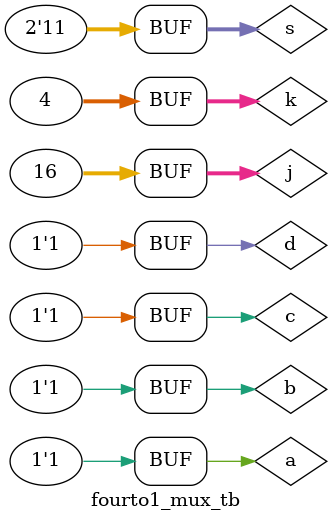
<source format=v>
module fourto1_mux_tb();

reg a,b,c,d;
reg [1:0]s;
wire y;

integer k;
integer j;

fourto1_mux dut(a,b,c,d,s,y);

initial
begin
{a,b,c,d}=4'b0000;
s=2'b00;
end

initial
begin

for(k=0;k<4;k=k+1)


for (j=0;j<16;j=j+1)

begin
s=k;
{a,b,c,d}=j;


#10;
end
end
endmodule

</source>
